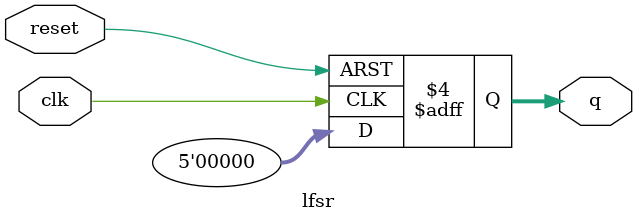
<source format=v>
module lfsr( 
    input clk,
    input reset,
    output [4:0] q
); 
reg [4:0] r_reg;
wire [4:0] r_next;
wire feedback_value;
// on reset set the value of r_reg to 1
// otherwise assign r_next to r_reg
// assign the xor of bit positions 2 and 4 of r_reg to feedback_value
// assign feedback value concatenated with 4 MSBs of r_reg to r_next
// assign r_reg to the output q
always @( posedge clk, posedge reset ) begin
//need the short circuit style behavior to prevent
// metastability exceptions
if ( reset ) begin
r_reg <= 5'b1;
q <= 5'b0;
end else begin
r_reg <= r_next;
q <= 5'b0;
end
end
assign feedback_value = ^ {r_reg[2],r_reg[4]};
assign r_next = ^ {
( {feedback_value, r_reg[4]} ),
r_reg};
endmodule

</source>
